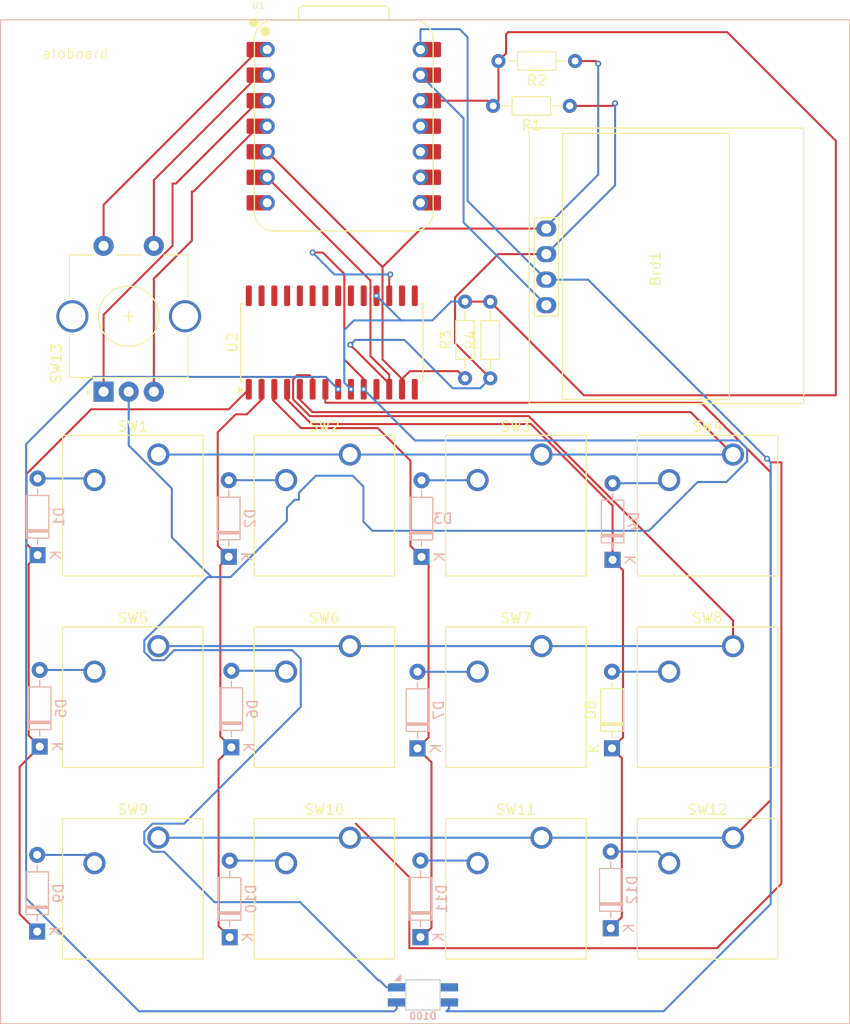
<source format=kicad_pcb>
(kicad_pcb (version 20240108) (generator "pcbnew") (generator_version "8.0")
  (layers (0 "F.Cu" signal) (31 "B.Cu" signal) (34 "B.Paste" user) (35 "F.Paste" user) (36 "B.SilkS" user "B.Silkscreen") (37 "F.SilkS" user "F.Silkscreen") (38 "B.Mask" user) (39 "F.Mask" user) (44 "Edge.Cuts" user))
  (net 0 "")
  (net 1 "+5V")
  (net 2 "GND")
  (net 3 "Net-(Brd1-SCL)")
  (net 4 "Net-(Brd1-SDA)")
  (net 5 "Net-(D1-K)")
  (net 6 "Net-(D1-A)")
  (net 7 "Net-(D2-A)")
  (net 8 "Net-(D10-K)")
  (net 9 "Net-(D11-K)")
  (net 10 "Net-(D3-A)")
  (net 11 "Net-(D4-A)")
  (net 12 "Net-(D12-K)")
  (net 13 "Net-(D5-A)")
  (net 14 "Net-(D6-A)")
  (net 15 "Net-(D7-A)")
  (net 16 "Net-(D8-A)")
  (net 17 "Net-(D9-A)")
  (net 18 "Net-(D10-A)")
  (net 19 "Net-(D11-A)")
  (net 20 "Net-(D12-A)")
  (net 21 "+3.3V")
  (net 22 "Net-(U2-GPB4)")
  (net 23 "Net-(U2-GPB5)")
  (net 24 "Net-(U2-GPB6)")
  (net 25 "Net-(U1-GPIO27{slash}ADC1{slash}A1)")
  (net 26 "Net-(U1-GPIO29{slash}ADC3{slash}A3)")
  (net 27 "Net-(U1-GPIO26{slash}ADC0{slash}A0)")
  (net 28 "Net-(U1-GPIO28{slash}ADC2{slash}A2)")
  (net 46 "Net-(D100-DIN)")
  (net 47 "Net-(D100-DOUT)")
  (footprint "Resistor_THT:R_Axial_DIN0204_L3.6mm_D1.6mm_P7.62mm_Horizontal" (layer "F.Cu") (at 180.11 65.3 90)
    (property "Reference" "R3" (at 3.81 -1.92 90) (layer "F.SilkS"))
    (property "Value" "R")
    (pad "1" thru_hole circle (at 0 0 90) (size 1.4 1.4) (drill 0.7) (layers "*.Cu" "*.Mask") (net 4 "Net-(Brd1-SDA)"))
    (pad "2" thru_hole oval (at 7.62 0 90) (size 1.4 1.4) (drill 0.7) (layers "*.Cu" "*.Mask") (net 21 "+3.3V"))
  )
  (footprint "Button_Switch_Keyboard:SW_Cherry_MX_1.00u_PCB" (layer "F.Cu") (at 168.66 110.99)
    (property "Reference" "SW10" (at -2.54 -2.794 0) (layer "F.SilkS"))
    (property "Value" "SW_Push")
    (pad "" np_thru_hole circle (at -7.62 5.08) (size 1.7 1.7) (drill 1.7) (layers "*.Cu" "*.Mask"))
    (pad "" np_thru_hole circle (at -2.54 5.08) (size 4 4) (drill 4) (layers "*.Cu" "*.Mask"))
    (pad "" np_thru_hole circle (at 2.54 5.08) (size 1.7 1.7) (drill 1.7) (layers "*.Cu" "*.Mask"))
    (pad "1" thru_hole circle (at 0 0) (size 2.2 2.2) (drill 1.5) (layers "*.Cu" "*.Mask") (net 24 "Net-(U2-GPB6)"))
    (pad "2" thru_hole circle (at -6.35 2.54) (size 2.2 2.2) (drill 1.5) (layers "*.Cu" "*.Mask") (net 18 "Net-(D10-A)"))
  )
  (footprint "Button_Switch_Keyboard:SW_Cherry_MX_1.00u_PCB" (layer "F.Cu") (at 187.71 91.94)
    (property "Reference" "SW7" (at -2.54 -2.794 0) (layer "F.SilkS"))
    (property "Value" "SW_Push")
    (pad "" np_thru_hole circle (at -7.62 5.08) (size 1.7 1.7) (drill 1.7) (layers "*.Cu" "*.Mask"))
    (pad "" np_thru_hole circle (at -2.54 5.08) (size 4 4) (drill 4) (layers "*.Cu" "*.Mask"))
    (pad "" np_thru_hole circle (at 2.54 5.08) (size 1.7 1.7) (drill 1.7) (layers "*.Cu" "*.Mask"))
    (pad "1" thru_hole circle (at 0 0) (size 2.2 2.2) (drill 1.5) (layers "*.Cu" "*.Mask") (net 23 "Net-(U2-GPB5)"))
    (pad "2" thru_hole circle (at -6.35 2.54) (size 2.2 2.2) (drill 1.5) (layers "*.Cu" "*.Mask") (net 15 "Net-(D7-A)"))
  )
  (footprint "Button_Switch_Keyboard:SW_Cherry_MX_1.00u_PCB" (layer "F.Cu") (at 206.76 91.94)
    (property "Reference" "SW8" (at -2.54 -2.794 0) (layer "F.SilkS"))
    (property "Value" "SW_Push")
    (pad "" np_thru_hole circle (at -7.62 5.08) (size 1.7 1.7) (drill 1.7) (layers "*.Cu" "*.Mask"))
    (pad "" np_thru_hole circle (at -2.54 5.08) (size 4 4) (drill 4) (layers "*.Cu" "*.Mask"))
    (pad "" np_thru_hole circle (at 2.54 5.08) (size 1.7 1.7) (drill 1.7) (layers "*.Cu" "*.Mask"))
    (pad "1" thru_hole circle (at 0 0) (size 2.2 2.2) (drill 1.5) (layers "*.Cu" "*.Mask") (net 23 "Net-(U2-GPB5)"))
    (pad "2" thru_hole circle (at -6.35 2.54) (size 2.2 2.2) (drill 1.5) (layers "*.Cu" "*.Mask") (net 16 "Net-(D8-A)"))
  )
  (footprint "Button_Switch_Keyboard:SW_Cherry_MX_1.00u_PCB" (layer "F.Cu") (at 206.76 72.89)
    (property "Reference" "SW4" (at -2.54 -2.794 0) (layer "F.SilkS"))
    (property "Value" "SW_Push")
    (pad "" np_thru_hole circle (at -7.62 5.08) (size 1.7 1.7) (drill 1.7) (layers "*.Cu" "*.Mask"))
    (pad "" np_thru_hole circle (at -2.54 5.08) (size 4 4) (drill 4) (layers "*.Cu" "*.Mask"))
    (pad "" np_thru_hole circle (at 2.54 5.08) (size 1.7 1.7) (drill 1.7) (layers "*.Cu" "*.Mask"))
    (pad "1" thru_hole circle (at 0 0) (size 2.2 2.2) (drill 1.5) (layers "*.Cu" "*.Mask") (net 22 "Net-(U2-GPB4)"))
    (pad "2" thru_hole circle (at -6.35 2.54) (size 2.2 2.2) (drill 1.5) (layers "*.Cu" "*.Mask") (net 11 "Net-(D4-A)"))
  )
  (footprint "Button_Switch_Keyboard:SW_Cherry_MX_1.00u_PCB" (layer "F.Cu") (at 187.71 72.89)
    (property "Reference" "SW3" (at -2.54 -2.794 0) (layer "F.SilkS"))
    (property "Value" "SW_Push")
    (pad "" np_thru_hole circle (at -7.62 5.08) (size 1.7 1.7) (drill 1.7) (layers "*.Cu" "*.Mask"))
    (pad "" np_thru_hole circle (at -2.54 5.08) (size 4 4) (drill 4) (layers "*.Cu" "*.Mask"))
    (pad "" np_thru_hole circle (at 2.54 5.08) (size 1.7 1.7) (drill 1.7) (layers "*.Cu" "*.Mask"))
    (pad "1" thru_hole circle (at 0 0) (size 2.2 2.2) (drill 1.5) (layers "*.Cu" "*.Mask") (net 22 "Net-(U2-GPB4)"))
    (pad "2" thru_hole circle (at -6.35 2.54) (size 2.2 2.2) (drill 1.5) (layers "*.Cu" "*.Mask") (net 10 "Net-(D3-A)"))
  )
  (footprint "Button_Switch_Keyboard:SW_Cherry_MX_1.00u_PCB" (layer "F.Cu") (at 149.61 91.94)
    (property "Reference" "SW5" (at -2.54 -2.794 0) (layer "F.SilkS"))
    (property "Value" "SW_Push")
    (pad "" np_thru_hole circle (at -7.62 5.08) (size 1.7 1.7) (drill 1.7) (layers "*.Cu" "*.Mask"))
    (pad "" np_thru_hole circle (at -2.54 5.08) (size 4 4) (drill 4) (layers "*.Cu" "*.Mask"))
    (pad "" np_thru_hole circle (at 2.54 5.08) (size 1.7 1.7) (drill 1.7) (layers "*.Cu" "*.Mask"))
    (pad "1" thru_hole circle (at 0 0) (size 2.2 2.2) (drill 1.5) (layers "*.Cu" "*.Mask") (net 23 "Net-(U2-GPB5)"))
    (pad "2" thru_hole circle (at -6.35 2.54) (size 2.2 2.2) (drill 1.5) (layers "*.Cu" "*.Mask") (net 13 "Net-(D5-A)"))
  )
  (footprint "Button_Switch_Keyboard:SW_Cherry_MX_1.00u_PCB" (layer "F.Cu") (at 206.76 110.99)
    (property "Reference" "SW12" (at -2.54 -2.794 0) (layer "F.SilkS"))
    (property "Value" "SW_Push")
    (pad "" np_thru_hole circle (at -7.62 5.08) (size 1.7 1.7) (drill 1.7) (layers "*.Cu" "*.Mask"))
    (pad "" np_thru_hole circle (at -2.54 5.08) (size 4 4) (drill 4) (layers "*.Cu" "*.Mask"))
    (pad "" np_thru_hole circle (at 2.54 5.08) (size 1.7 1.7) (drill 1.7) (layers "*.Cu" "*.Mask"))
    (pad "1" thru_hole circle (at 0 0) (size 2.2 2.2) (drill 1.5) (layers "*.Cu" "*.Mask") (net 24 "Net-(U2-GPB6)"))
    (pad "2" thru_hole circle (at -6.35 2.54) (size 2.2 2.2) (drill 1.5) (layers "*.Cu" "*.Mask") (net 20 "Net-(D12-A)"))
  )
  (footprint "Button_Switch_Keyboard:SW_Cherry_MX_1.00u_PCB" (layer "F.Cu") (at 168.66 91.94)
    (property "Reference" "SW6" (at -2.54 -2.794 0) (layer "F.SilkS"))
    (property "Value" "SW_Push")
    (pad "" np_thru_hole circle (at -7.62 5.08) (size 1.7 1.7) (drill 1.7) (layers "*.Cu" "*.Mask"))
    (pad "" np_thru_hole circle (at -2.54 5.08) (size 4 4) (drill 4) (layers "*.Cu" "*.Mask"))
    (pad "" np_thru_hole circle (at 2.54 5.08) (size 1.7 1.7) (drill 1.7) (layers "*.Cu" "*.Mask"))
    (pad "1" thru_hole circle (at 0 0) (size 2.2 2.2) (drill 1.5) (layers "*.Cu" "*.Mask") (net 23 "Net-(U2-GPB5)"))
    (pad "2" thru_hole circle (at -6.35 2.54) (size 2.2 2.2) (drill 1.5) (layers "*.Cu" "*.Mask") (net 14 "Net-(D6-A)"))
  )
  (footprint "Resistor_THT:R_Axial_DIN0204_L3.6mm_D1.6mm_P7.62mm_Horizontal" (layer "F.Cu") (at 182.62 65.31 90)
    (property "Reference" "R4" (at 3.81 -1.92 90) (layer "F.SilkS"))
    (property "Value" "R")
    (pad "1" thru_hole circle (at 0 0 90) (size 1.4 1.4) (drill 0.7) (layers "*.Cu" "*.Mask") (net 3 "Net-(Brd1-SCL)"))
    (pad "2" thru_hole oval (at 7.62 0 90) (size 1.4 1.4) (drill 0.7) (layers "*.Cu" "*.Mask") (net 21 "+3.3V"))
  )
  (footprint "Resistor_THT:R_Axial_DIN0204_L3.6mm_D1.6mm_P7.62mm_Horizontal" (layer "F.Cu") (at 190.52 38.22 180)
    (property "Reference" "R1" (at 3.81 -1.92 0) (layer "F.SilkS"))
    (property "Value" "R")
    (pad "1" thru_hole circle (at 0 0 180) (size 1.4 1.4) (drill 0.7) (layers "*.Cu" "*.Mask") (net 3 "Net-(Brd1-SCL)"))
    (pad "2" thru_hole oval (at 7.62 0 180) (size 1.4 1.4) (drill 0.7) (layers "*.Cu" "*.Mask") (net 21 "+3.3V"))
  )
  (footprint "Package_SO:SOIC-28W_7.5x17.9mm_P1.27mm" (layer "F.Cu") (at 166.855 61.75 90)
    (property "Reference" "U2" (at 0 -9.9 90) (layer "F.SilkS"))
    (property "Value" "MCP23017_SO")
    (pad "1" smd roundrect (at -4.65 -8.255 90) (size 2.05 0.6) (layers "F.Cu" "F.Paste" "F.Mask") (net 5 "Net-(D1-K)"))
    (pad "2" smd roundrect (at -4.65 -6.985 90) (size 2.05 0.6) (layers "F.Cu" "F.Paste" "F.Mask") (net 8 "Net-(D10-K)"))
    (pad "3" smd roundrect (at -4.65 -5.715 90) (size 2.05 0.6) (layers "F.Cu" "F.Paste" "F.Mask") (net 9 "Net-(D11-K)"))
    (pad "4" smd roundrect (at -4.65 -4.445 90) (size 2.05 0.6) (layers "F.Cu" "F.Paste" "F.Mask") (net 12 "Net-(D12-K)"))
    (pad "5" smd roundrect (at -4.65 -3.175 90) (size 2.05 0.6) (layers "F.Cu" "F.Paste" "F.Mask") (net 22 "Net-(U2-GPB4)"))
    (pad "6" smd roundrect (at -4.65 -1.905 90) (size 2.05 0.6) (layers "F.Cu" "F.Paste" "F.Mask") (net 23 "Net-(U2-GPB5)"))
    (pad "7" smd roundrect (at -4.65 -0.635 90) (size 2.05 0.6) (layers "F.Cu" "F.Paste" "F.Mask") (net 24 "Net-(U2-GPB6)"))
    (pad "8" smd roundrect (at -4.65 0.635 90) (size 2.05 0.6) (layers "F.Cu" "F.Paste" "F.Mask") (net 46 "Net-(D100-DIN)"))
    (pad "9" smd roundrect (at -4.65 1.905 90) (size 2.05 0.6) (layers "F.Cu" "F.Paste" "F.Mask") (net 21 "+3.3V"))
    (pad "10" smd roundrect (at -4.65 3.175 90) (size 2.05 0.6) (layers "F.Cu" "F.Paste" "F.Mask") (net 2 "GND"))
    (pad "11" smd roundrect (at -4.65 4.445 90) (size 2.05 0.6) (layers "F.Cu" "F.Paste" "F.Mask"))
    (pad "12" smd roundrect (at -4.65 5.715 90) (size 2.05 0.6) (layers "F.Cu" "F.Paste" "F.Mask") (net 3 "Net-(Brd1-SCL)"))
    (pad "13" smd roundrect (at -4.65 6.985 90) (size 2.05 0.6) (layers "F.Cu" "F.Paste" "F.Mask") (net 4 "Net-(Brd1-SDA)"))
    (pad "14" smd roundrect (at -4.65 8.255 90) (size 2.05 0.6) (layers "F.Cu" "F.Paste" "F.Mask"))
    (pad "15" smd roundrect (at 4.65 8.255 90) (size 2.05 0.6) (layers "F.Cu" "F.Paste" "F.Mask") (net 2 "GND"))
    (pad "16" smd roundrect (at 4.65 6.985 90) (size 2.05 0.6) (layers "F.Cu" "F.Paste" "F.Mask") (net 2 "GND"))
    (pad "17" smd roundrect (at 4.65 5.715 90) (size 2.05 0.6) (layers "F.Cu" "F.Paste" "F.Mask") (net 2 "GND"))
    (pad "18" smd roundrect (at 4.65 4.445 90) (size 2.05 0.6) (layers "F.Cu" "F.Paste" "F.Mask") (net 21 "+3.3V"))
    (pad "19" smd roundrect (at 4.65 3.175 90) (size 2.05 0.6) (layers "F.Cu" "F.Paste" "F.Mask"))
    (pad "20" smd roundrect (at 4.65 1.905 90) (size 2.05 0.6) (layers "F.Cu" "F.Paste" "F.Mask"))
    (pad "21" smd roundrect (at 4.65 0.635 90) (size 2.05 0.6) (layers "F.Cu" "F.Paste" "F.Mask"))
    (pad "22" smd roundrect (at 4.65 -0.635 90) (size 2.05 0.6) (layers "F.Cu" "F.Paste" "F.Mask"))
    (pad "23" smd roundrect (at 4.65 -1.905 90) (size 2.05 0.6) (layers "F.Cu" "F.Paste" "F.Mask"))
    (pad "24" smd roundrect (at 4.65 -3.175 90) (size 2.05 0.6) (layers "F.Cu" "F.Paste" "F.Mask"))
    (pad "25" smd roundrect (at 4.65 -4.445 90) (size 2.05 0.6) (layers "F.Cu" "F.Paste" "F.Mask"))
    (pad "26" smd roundrect (at 4.65 -5.715 90) (size 2.05 0.6) (layers "F.Cu" "F.Paste" "F.Mask"))
    (pad "27" smd roundrect (at 4.65 -6.985 90) (size 2.05 0.6) (layers "F.Cu" "F.Paste" "F.Mask"))
    (pad "28" smd roundrect (at 4.65 -8.255 90) (size 2.05 0.6) (layers "F.Cu" "F.Paste" "F.Mask"))
  )
  (footprint "Button_Switch_Keyboard:SW_Cherry_MX_1.00u_PCB" (layer "F.Cu") (at 187.71 110.99)
    (property "Reference" "SW11" (at -2.54 -2.794 0) (layer "F.SilkS"))
    (property "Value" "SW_Push")
    (pad "" np_thru_hole circle (at -7.62 5.08) (size 1.7 1.7) (drill 1.7) (layers "*.Cu" "*.Mask"))
    (pad "" np_thru_hole circle (at -2.54 5.08) (size 4 4) (drill 4) (layers "*.Cu" "*.Mask"))
    (pad "" np_thru_hole circle (at 2.54 5.08) (size 1.7 1.7) (drill 1.7) (layers "*.Cu" "*.Mask"))
    (pad "1" thru_hole circle (at 0 0) (size 2.2 2.2) (drill 1.5) (layers "*.Cu" "*.Mask") (net 24 "Net-(U2-GPB6)"))
    (pad "2" thru_hole circle (at -6.35 2.54) (size 2.2 2.2) (drill 1.5) (layers "*.Cu" "*.Mask") (net 19 "Net-(D11-A)"))
  )
  (footprint "Button_Switch_Keyboard:SW_Cherry_MX_1.00u_PCB" (layer "F.Cu") (at 149.61 110.99)
    (property "Reference" "SW9" (at -2.54 -2.794 0) (layer "F.SilkS"))
    (property "Value" "SW_Push")
    (pad "" np_thru_hole circle (at -7.62 5.08) (size 1.7 1.7) (drill 1.7) (layers "*.Cu" "*.Mask"))
    (pad "" np_thru_hole circle (at -2.54 5.08) (size 4 4) (drill 4) (layers "*.Cu" "*.Mask"))
    (pad "" np_thru_hole circle (at 2.54 5.08) (size 1.7 1.7) (drill 1.7) (layers "*.Cu" "*.Mask"))
    (pad "1" thru_hole circle (at 0 0) (size 2.2 2.2) (drill 1.5) (layers "*.Cu" "*.Mask") (net 24 "Net-(U2-GPB6)"))
    (pad "2" thru_hole circle (at -6.35 2.54) (size 2.2 2.2) (drill 1.5) (layers "*.Cu" "*.Mask") (net 17 "Net-(D9-A)"))
  )
  (footprint "Rotary_Encoder:RotaryEncoder_Alps_EC11E-Switch_Vertical_H20mm_CircularMountingHoles" (layer "F.Cu") (at 144.16 66.64 90)
    (property "Reference" "SW13" (at 2.8 -4.7 90) (layer "F.SilkS"))
    (property "Value" "RotaryEncoder_Switch")
    (pad "A" thru_hole rect (at 0 0 90) (size 2 2) (drill 1) (layers "*.Cu" "*.Mask") (net 28 "Net-(U1-GPIO28{slash}ADC2{slash}A2)"))
    (pad "B" thru_hole circle (at 0 5 90) (size 2 2) (drill 1) (layers "*.Cu" "*.Mask") (net 26 "Net-(U1-GPIO29{slash}ADC3{slash}A3)"))
    (pad "C" thru_hole circle (at 0 2.5 90) (size 2 2) (drill 1) (layers "*.Cu" "*.Mask") (net 2 "GND"))
    (pad "MP" thru_hole circle (at 7.5 -3.1 90) (size 3.2 3.2) (drill 2.6) (layers "*.Cu" "*.Mask"))
    (pad "MP" thru_hole circle (at 7.5 8.1 90) (size 3.2 3.2) (drill 2.6) (layers "*.Cu" "*.Mask"))
    (pad "S1" thru_hole circle (at 14.5 5 90) (size 2 2) (drill 1) (layers "*.Cu" "*.Mask") (net 25 "Net-(U1-GPIO27{slash}ADC1{slash}A1)"))
    (pad "S2" thru_hole circle (at 14.5 0 90) (size 2 2) (drill 1) (layers "*.Cu" "*.Mask") (net 27 "Net-(U1-GPIO26{slash}ADC0{slash}A0)"))
  )
  (footprint "oled:128x64OLED" (layer "F.Cu") (at 198.79 54.42 90)
    (property "Reference" "Brd1" (at 0 0.254 90) (layer "F.SilkS"))
    (property "Value" "SSD1306")
    (pad "1" thru_hole oval (at -3.62 -10.6 180) (size 2 1.6) (drill 1) (layers "*.Cu" "*.Mask") (net 2 "GND"))
    (pad "2" thru_hole oval (at -1.08 -10.6 180) (size 2 1.6) (drill 1) (layers "*.Cu" "*.Mask") (net 1 "+5V"))
    (pad "3" thru_hole oval (at 1.46 -10.6 180) (size 2 1.6) (drill 1) (layers "*.Cu" "*.Mask") (net 3 "Net-(Brd1-SCL)"))
    (pad "4" thru_hole oval (at 4 -10.6 180) (size 2 1.6) (drill 1) (layers "*.Cu" "*.Mask") (net 4 "Net-(Brd1-SDA)"))
  )
  (footprint "OPL:XIAO-RP2040-DIP" (layer "F.Cu") (at 168.05 40.24)
    (property "Reference" "U1" (at -8.5 -12 0) (layer "F.SilkS") (effects (font (size 0.635 0.635) (thickness 0.1016))))
    (property "Value" "XIAO-RP2040-DIP")
    (pad "1" smd roundrect (at -8.455 -7.62 180) (size 2.432 1.524) (layers "F.Cu" "F.Mask") (roundrect_rratio 0.1) (net 27 "Net-(U1-GPIO26{slash}ADC0{slash}A0)"))
    (pad "1" thru_hole circle (at -7.62 -7.62 180) (size 1.524 1.524) (drill 0.889) (layers "*.Cu" "*.Mask") (net 27 "Net-(U1-GPIO26{slash}ADC0{slash}A0)"))
    (pad "2" smd roundrect (at -8.455 -5.08 180) (size 2.432 1.524) (layers "F.Cu" "F.Mask") (roundrect_rratio 0.1) (net 25 "Net-(U1-GPIO27{slash}ADC1{slash}A1)"))
    (pad "2" thru_hole circle (at -7.62 -5.08 180) (size 1.524 1.524) (drill 0.889) (layers "*.Cu" "*.Mask") (net 25 "Net-(U1-GPIO27{slash}ADC1{slash}A1)"))
    (pad "3" smd roundrect (at -8.455 -2.54 180) (size 2.432 1.524) (layers "F.Cu" "F.Mask") (roundrect_rratio 0.1) (net 28 "Net-(U1-GPIO28{slash}ADC2{slash}A2)"))
    (pad "3" thru_hole circle (at -7.62 -2.54 180) (size 1.524 1.524) (drill 0.889) (layers "*.Cu" "*.Mask") (net 28 "Net-(U1-GPIO28{slash}ADC2{slash}A2)"))
    (pad "4" smd roundrect (at -8.455 0 180) (size 2.432 1.524) (layers "F.Cu" "F.Mask") (roundrect_rratio 0.1) (net 26 "Net-(U1-GPIO29{slash}ADC3{slash}A3)"))
    (pad "4" thru_hole circle (at -7.62 0 180) (size 1.524 1.524) (drill 0.889) (layers "*.Cu" "*.Mask") (net 26 "Net-(U1-GPIO29{slash}ADC3{slash}A3)"))
    (pad "5" smd roundrect (at -8.455 2.54 180) (size 2.432 1.524) (layers "F.Cu" "F.Mask") (roundrect_rratio 0.1) (net 4 "Net-(Brd1-SDA)"))
    (pad "5" thru_hole circle (at -7.62 2.54 180) (size 1.524 1.524) (drill 0.889) (layers "*.Cu" "*.Mask") (net 4 "Net-(Brd1-SDA)"))
    (pad "6" smd roundrect (at -8.455 5.08 180) (size 2.432 1.524) (layers "F.Cu" "F.Mask") (roundrect_rratio 0.1) (net 3 "Net-(Brd1-SCL)"))
    (pad "6" thru_hole circle (at -7.62 5.08 180) (size 1.524 1.524) (drill 0.889) (layers "*.Cu" "*.Mask") (net 3 "Net-(Brd1-SCL)"))
    (pad "7" smd roundrect (at -8.455 7.62 180) (size 2.432 1.524) (layers "F.Cu" "F.Mask") (roundrect_rratio 0.1))
    (pad "7" thru_hole circle (at -7.62 7.62 180) (size 1.524 1.524) (drill 0.889) (layers "*.Cu" "*.Mask"))
    (pad "8" thru_hole circle (at 7.62 7.62) (size 1.524 1.524) (drill 0.889) (layers "*.Cu" "*.Mask"))
    (pad "8" smd roundrect (at 8.455 7.62) (size 2.432 1.524) (layers "F.Cu" "F.Mask") (roundrect_rratio 0.1))
    (pad "9" thru_hole circle (at 7.62 5.08) (size 1.524 1.524) (drill 0.889) (layers "*.Cu" "*.Mask"))
    (pad "9" smd roundrect (at 8.455 5.08) (size 2.432 1.524) (layers "F.Cu" "F.Mask") (roundrect_rratio 0.1))
    (pad "10" thru_hole circle (at 7.62 2.54) (size 1.524 1.524) (drill 0.889) (layers "*.Cu" "*.Mask"))
    (pad "10" smd roundrect (at 8.455 2.54) (size 2.432 1.524) (layers "F.Cu" "F.Mask") (roundrect_rratio 0.1))
    (pad "11" thru_hole circle (at 7.62 0) (size 1.524 1.524) (drill 0.889) (layers "*.Cu" "*.Mask"))
    (pad "11" smd roundrect (at 8.455 0) (size 2.432 1.524) (layers "F.Cu" "F.Mask") (roundrect_rratio 0.1))
    (pad "12" thru_hole circle (at 7.62 -2.54) (size 1.524 1.524) (drill 0.889) (layers "*.Cu" "*.Mask") (net 21 "+3.3V"))
    (pad "12" smd roundrect (at 8.455 -2.54) (size 2.432 1.524) (layers "F.Cu" "F.Mask") (roundrect_rratio 0.1) (net 21 "+3.3V"))
    (pad "13" thru_hole circle (at 7.62 -5.08) (size 1.524 1.524) (drill 0.889) (layers "*.Cu" "*.Mask") (net 2 "GND"))
    (pad "13" smd roundrect (at 8.455 -5.08) (size 2.432 1.524) (layers "F.Cu" "F.Mask") (roundrect_rratio 0.1) (net 2 "GND"))
    (pad "14" thru_hole circle (at 7.62 -7.62) (size 1.524 1.524) (drill 0.889) (layers "*.Cu" "*.Mask") (net 1 "+5V"))
    (pad "14" smd roundrect (at 8.455 -7.62) (size 2.432 1.524) (layers "F.Cu" "F.Mask") (roundrect_rratio 0.1) (net 1 "+5V"))
  )
  (footprint "Resistor_THT:R_Axial_DIN0204_L3.6mm_D1.6mm_P7.62mm_Horizontal" (layer "F.Cu") (at 191.05 33.76 180)
    (property "Reference" "R2" (at 3.81 -1.92 0) (layer "F.SilkS"))
    (property "Value" "R")
    (pad "1" thru_hole circle (at 0 0 180) (size 1.4 1.4) (drill 0.7) (layers "*.Cu" "*.Mask") (net 4 "Net-(Brd1-SDA)"))
    (pad "2" thru_hole oval (at 7.62 0 180) (size 1.4 1.4) (drill 0.7) (layers "*.Cu" "*.Mask") (net 21 "+3.3V"))
  )
  (footprint "Button_Switch_Keyboard:SW_Cherry_MX_1.00u_PCB" (layer "F.Cu") (at 149.61 72.89)
    (property "Reference" "SW1" (at -2.54 -2.794 0) (layer "F.SilkS"))
    (property "Value" "SW_Push")
    (pad "" np_thru_hole circle (at -7.62 5.08) (size 1.7 1.7) (drill 1.7) (layers "*.Cu" "*.Mask"))
    (pad "" np_thru_hole circle (at -2.54 5.08) (size 4 4) (drill 4) (layers "*.Cu" "*.Mask"))
    (pad "" np_thru_hole circle (at 2.54 5.08) (size 1.7 1.7) (drill 1.7) (layers "*.Cu" "*.Mask"))
    (pad "1" thru_hole circle (at 0 0) (size 2.2 2.2) (drill 1.5) (layers "*.Cu" "*.Mask") (net 22 "Net-(U2-GPB4)"))
    (pad "2" thru_hole circle (at -6.35 2.54) (size 2.2 2.2) (drill 1.5) (layers "*.Cu" "*.Mask") (net 6 "Net-(D1-A)"))
  )
  (footprint "Diode_THT:D_DO-35_SOD27_P7.62mm_Horizontal" (layer "F.Cu") (at 194.72 102.1 90)
    (property "Reference" "D8" (at 3.81 -2.12 90) (layer "F.SilkS"))
    (property "Value" "D")
    (fp_text user "K" (at 0 -1.8 90) (layer "F.SilkS"))
    (pad "1" thru_hole rect (at 0 0 90) (size 1.6 1.6) (drill 0.8) (layers "*.Cu" "*.Mask") (net 12 "Net-(D12-K)"))
    (pad "2" thru_hole oval (at 7.62 0 90) (size 1.6 1.6) (drill 0.8) (layers "*.Cu" "*.Mask") (net 16 "Net-(D8-A)"))
  )
  (footprint "Button_Switch_Keyboard:SW_Cherry_MX_1.00u_PCB" (layer "F.Cu") (at 168.66 72.89)
    (property "Reference" "SW2" (at -2.54 -2.794 0) (layer "F.SilkS"))
    (property "Value" "SW_Push")
    (pad "" np_thru_hole circle (at -7.62 5.08) (size 1.7 1.7) (drill 1.7) (layers "*.Cu" "*.Mask"))
    (pad "" np_thru_hole circle (at -2.54 5.08) (size 4 4) (drill 4) (layers "*.Cu" "*.Mask"))
    (pad "" np_thru_hole circle (at 2.54 5.08) (size 1.7 1.7) (drill 1.7) (layers "*.Cu" "*.Mask"))
    (pad "1" thru_hole circle (at 0 0) (size 2.2 2.2) (drill 1.5) (layers "*.Cu" "*.Mask") (net 22 "Net-(U2-GPB4)"))
    (pad "2" thru_hole circle (at -6.35 2.54) (size 2.2 2.2) (drill 1.5) (layers "*.Cu" "*.Mask") (net 7 "Net-(D2-A)"))
  )
  (footprint "Diode_THT:D_DO-35_SOD27_P7.62mm_Horizontal" (layer "B.Cu") (at 175.78 83.07 90)
    (property "Reference" "D3" (at 3.81 2.12 0) (layer "B.SilkS") (effects (justify mirror)))
    (property "Value" "D")
    (fp_text user "K" (at 0 1.8 90) (layer "B.SilkS") (effects (justify mirror)))
    (pad "1" thru_hole rect (at 0 0 90) (size 1.6 1.6) (drill 0.8) (layers "*.Cu" "*.Mask") (net 9 "Net-(D11-K)"))
    (pad "2" thru_hole oval (at 7.62 0 90) (size 1.6 1.6) (drill 0.8) (layers "*.Cu" "*.Mask") (net 10 "Net-(D3-A)"))
  )
  (footprint "led:SK6812MINI-E" (layer "B.Cu") (at 175.92 126.62 180)
    (property "Reference" "D100" (at 0 -2.1 0) (layer "B.SilkS") (effects (font (size 0.7 0.7)) (justify mirror)))
    (property "Value" "SK6812MINI" (hide yes))
    (fp_line (start 1.7 1.5) (end -1.7 1.5) (stroke (width 0.12)) (layer "Edge.Cuts"))
    (fp_line (start 1.7 -1.5) (end 1.7 1.5) (stroke (width 0.12)) (layer "Edge.Cuts"))
    (fp_line (start -1.7 1.5) (end -1.7 -1.5) (stroke (width 0.12)) (layer "Edge.Cuts"))
    (fp_line (start -1.7 -1.5) (end 1.7 -1.5) (stroke (width 0.12)) (layer "Edge.Cuts"))
    (pad "1" smd rect (at -2.6 0.75 180) (size 1.8 0.82) (layers "B.Cu" "B.Paste" "B.Mask") (net 47 "Net-(D100-DOUT)"))
    (pad "2" smd roundrect (at 2.6 0.75 180) (size 1.8 0.82) (layers "B.Cu" "B.Paste" "B.Mask") (roundrect_rratio 0) (chamfer_ratio 0.2) (chamfer bottom_right) (net 2 "GND"))
    (pad "3" smd rect (at 2.6 -0.75 180) (size 1.8 0.82) (layers "B.Cu" "B.Paste" "B.Mask") (net 46 "Net-(D100-DIN)"))
    (pad "4" smd rect (at -2.6 -0.75 180) (size 1.8 0.82) (layers "B.Cu" "B.Paste" "B.Mask") (net 1 "+5V"))
  )
  (footprint "Diode_THT:D_DO-35_SOD27_P7.62mm_Horizontal" (layer "B.Cu") (at 156.7 120.89 90)
    (property "Reference" "D10" (at 3.81 2.12 90) (layer "B.SilkS") (effects (justify mirror)))
    (property "Value" "D")
    (fp_text user "K" (at 0 1.8 90) (layer "B.SilkS") (effects (justify mirror)))
    (pad "1" thru_hole rect (at 0 0 90) (size 1.6 1.6) (drill 0.8) (layers "*.Cu" "*.Mask") (net 8 "Net-(D10-K)"))
    (pad "2" thru_hole oval (at 7.62 0 90) (size 1.6 1.6) (drill 0.8) (layers "*.Cu" "*.Mask") (net 18 "Net-(D10-A)"))
  )
  (footprint "Diode_THT:D_DO-35_SOD27_P7.62mm_Horizontal" (layer "B.Cu") (at 175.67 120.88 90)
    (property "Reference" "D11" (at 3.81 2.12 90) (layer "B.SilkS") (effects (justify mirror)))
    (property "Value" "D")
    (fp_text user "K" (at 0 1.8 90) (layer "B.SilkS") (effects (justify mirror)))
    (pad "1" thru_hole rect (at 0 0 90) (size 1.6 1.6) (drill 0.8) (layers "*.Cu" "*.Mask") (net 9 "Net-(D11-K)"))
    (pad "2" thru_hole oval (at 7.62 0 90) (size 1.6 1.6) (drill 0.8) (layers "*.Cu" "*.Mask") (net 19 "Net-(D11-A)"))
  )
  (footprint "Diode_THT:D_DO-35_SOD27_P7.62mm_Horizontal" (layer "B.Cu") (at 156.87 102.01 90)
    (property "Reference" "D6" (at 3.81 2.12 90) (layer "B.SilkS") (effects (justify mirror)))
    (property "Value" "D")
    (fp_text user "K" (at 0 1.8 90) (layer "B.SilkS") (effects (justify mirror)))
    (pad "1" thru_hole rect (at 0 0 90) (size 1.6 1.6) (drill 0.8) (layers "*.Cu" "*.Mask") (net 8 "Net-(D10-K)"))
    (pad "2" thru_hole oval (at 7.62 0 90) (size 1.6 1.6) (drill 0.8) (layers "*.Cu" "*.Mask") (net 14 "Net-(D6-A)"))
  )
  (footprint "Diode_THT:D_DO-35_SOD27_P7.62mm_Horizontal" (layer "B.Cu") (at 137.56 120.32 90)
    (property "Reference" "D9" (at 3.81 2.12 90) (layer "B.SilkS") (effects (justify mirror)))
    (property "Value" "D")
    (fp_text user "K" (at 0 1.8 90) (layer "B.SilkS") (effects (justify mirror)))
    (pad "1" thru_hole rect (at 0 0 90) (size 1.6 1.6) (drill 0.8) (layers "*.Cu" "*.Mask") (net 5 "Net-(D1-K)"))
    (pad "2" thru_hole oval (at 7.62 0 90) (size 1.6 1.6) (drill 0.8) (layers "*.Cu" "*.Mask") (net 17 "Net-(D9-A)"))
  )
  (footprint "Diode_THT:D_DO-35_SOD27_P7.62mm_Horizontal" (layer "B.Cu") (at 194.78 83.36 90)
    (property "Reference" "D4" (at 3.81 2.12 90) (layer "B.SilkS") (effects (justify mirror)))
    (property "Value" "D")
    (fp_text user "K" (at 0 1.8 90) (layer "B.SilkS") (effects (justify mirror)))
    (pad "1" thru_hole rect (at 0 0 90) (size 1.6 1.6) (drill 0.8) (layers "*.Cu" "*.Mask") (net 12 "Net-(D12-K)"))
    (pad "2" thru_hole oval (at 7.62 0 90) (size 1.6 1.6) (drill 0.8) (layers "*.Cu" "*.Mask") (net 11 "Net-(D4-A)"))
  )
  (footprint "Diode_THT:D_DO-35_SOD27_P7.62mm_Horizontal" (layer "B.Cu") (at 194.6 119.99 90)
    (property "Reference" "D12" (at 3.81 2.12 90) (layer "B.SilkS") (effects (justify mirror)))
    (property "Value" "D")
    (fp_text user "K" (at 0 1.8 90) (layer "B.SilkS") (effects (justify mirror)))
    (pad "1" thru_hole rect (at 0 0 90) (size 1.6 1.6) (drill 0.8) (layers "*.Cu" "*.Mask") (net 12 "Net-(D12-K)"))
    (pad "2" thru_hole oval (at 7.62 0 90) (size 1.6 1.6) (drill 0.8) (layers "*.Cu" "*.Mask") (net 20 "Net-(D12-A)"))
  )
  (footprint "Diode_THT:D_DO-35_SOD27_P7.62mm_Horizontal" (layer "B.Cu") (at 137.81 101.93 90)
    (property "Reference" "D5" (at 3.81 2.12 90) (layer "B.SilkS") (effects (justify mirror)))
    (property "Value" "D")
    (fp_text user "K" (at 0 1.8 90) (layer "B.SilkS") (effects (justify mirror)))
    (pad "1" thru_hole rect (at 0 0 90) (size 1.6 1.6) (drill 0.8) (layers "*.Cu" "*.Mask") (net 5 "Net-(D1-K)"))
    (pad "2" thru_hole oval (at 7.62 0 90) (size 1.6 1.6) (drill 0.8) (layers "*.Cu" "*.Mask") (net 13 "Net-(D5-A)"))
  )
  (footprint "Diode_THT:D_DO-35_SOD27_P7.62mm_Horizontal" (layer "B.Cu") (at 175.38 102.11 90)
    (property "Reference" "D7" (at 3.81 2.12 90) (layer "B.SilkS") (effects (justify mirror)))
    (property "Value" "D")
    (fp_text user "K" (at 0 1.8 90) (layer "B.SilkS") (effects (justify mirror)))
    (pad "1" thru_hole rect (at 0 0 90) (size 1.6 1.6) (drill 0.8) (layers "*.Cu" "*.Mask") (net 9 "Net-(D11-K)"))
    (pad "2" thru_hole oval (at 7.62 0 90) (size 1.6 1.6) (drill 0.8) (layers "*.Cu" "*.Mask") (net 15 "Net-(D7-A)"))
  )
  (footprint "Diode_THT:D_DO-35_SOD27_P7.62mm_Horizontal" (layer "B.Cu") (at 156.61 83.06 90)
    (property "Reference" "D2" (at 3.81 2.12 90) (layer "B.SilkS") (effects (justify mirror)))
    (property "Value" "D")
    (fp_text user "K" (at 0 1.8 90) (layer "B.SilkS") (effects (justify mirror)))
    (pad "1" thru_hole rect (at 0 0 90) (size 1.6 1.6) (drill 0.8) (layers "*.Cu" "*.Mask") (net 8 "Net-(D10-K)"))
    (pad "2" thru_hole oval (at 7.62 0 90) (size 1.6 1.6) (drill 0.8) (layers "*.Cu" "*.Mask") (net 7 "Net-(D2-A)"))
  )
  (footprint "Diode_THT:D_DO-35_SOD27_P7.62mm_Horizontal" (layer "B.Cu") (at 137.6 82.89 90)
    (property "Reference" "D1" (at 3.81 2.12 90) (layer "B.SilkS") (effects (justify mirror)))
    (property "Value" "D")
    (fp_text user "K" (at 0 1.8 90) (layer "B.SilkS") (effects (justify mirror)))
    (pad "1" thru_hole rect (at 0 0 90) (size 1.6 1.6) (drill 0.8) (layers "*.Cu" "*.Mask") (net 5 "Net-(D1-K)"))
    (pad "2" thru_hole oval (at 7.62 0 90) (size 1.6 1.6) (drill 0.8) (layers "*.Cu" "*.Mask") (net 6 "Net-(D1-A)"))
  )
  (gr_rect (start 133.91 29.66) (end 218.35 129.49) (stroke (width 0.1)) (fill none) (layer "B.SilkS"))
  (gr_text "atoboard\n" (at 137.98 33.6 0) (layer "F.SilkS") (effects (font (size 1 1) (thickness 0.1)) (justify left bottom)))
  (segment (start 174.57 114.920101) (end 174.57 121.98) (width 0.2) (layer "F.Cu") (net 1))
  (segment (start 169.239899 109.59) (end 174.57 114.920101) (width 0.2) (layer "F.Cu") (net 1))
  (segment (start 205.15 121.98) (end 211.57 115.56) (width 0.2) (layer "F.Cu") (net 1))
  (segment (start 174.57 121.98) (end 205.15 121.98) (width 0.2) (layer "F.Cu") (net 1))
  (segment (start 211.57 73.67) (end 210.51 73.67) (width 0.2) (layer "F.Cu") (net 1))
  (segment (start 210.51 73.67) (end 210.14 73.3) (width 0.2) (layer "F.Cu") (net 1))
  (segment (start 188.27 55.5) (end 188.32 55.55) (width 0.2) (layer "F.Cu") (net 1))
  (segment (start 188.19 55.5) (end 188.27 55.5) (width 0.2) (layer "F.Cu") (net 1))
  (segment (start 211.57 115.56) (end 211.57 73.67) (width 0.2) (layer "F.Cu") (net 1))
  (via (at 210.14 73.3) (size 0.6) (drill 0.3) (layers "F.Cu" "B.Cu") (net 1))
  (segment (start 175.67 30.76) (end 175.67 32.62) (width 0.2) (layer "B.Cu") (net 1))
  (segment (start 180.36 31.39) (end 179.56 30.59) (width 0.2) (layer "B.Cu") (net 1))
  (segment (start 199.85 128.25) (end 210.5 117.6) (width 0.2) (layer "B.Cu") (net 1))
  (segment (start 188.19 55.5) (end 180.36 47.67) (width 0.2) (layer "B.Cu") (net 1))
  (segment (start 178.26 128.25) (end 178.52 127.99) (width 0.2) (layer "B.Cu") (net 1))
  (segment (start 175.69 30.59) (end 175.69 30.74) (width 0.2) (layer "B.Cu") (net 1))
  (segment (start 178.52 127.99) (end 178.52 127.37) (width 0.2) (layer "B.Cu") (net 1))
  (segment (start 210.5 117.6) (end 210.5 73.66) (width 0.2) (layer "B.Cu") (net 1))
  (segment (start 175.69 30.74) (end 175.67 30.76) (width 0.2) (layer "B.Cu") (net 1))
  (segment (start 210.5 73.66) (end 210.14 73.3) (width 0.2) (layer "B.Cu") (net 1))
  (segment (start 179.56 30.59) (end 175.69 30.59) (width 0.2) (layer "B.Cu") (net 1))
  (segment (start 210.14 73.3) (end 192.34 55.5) (width 0.2) (layer "B.Cu") (net 1))
  (segment (start 178.26 128.25) (end 199.85 128.25) (width 0.2) (layer "B.Cu") (net 1))
  (segment (start 180.36 47.67) (end 180.36 31.39) (width 0.2) (layer "B.Cu") (net 1))
  (segment (start 192.34 55.5) (end 188.19 55.5) (width 0.2) (layer "B.Cu") (net 1))
  (segment (start 168.1 54.94) (end 165.96 52.8) (width 0.2) (layer "F.Cu") (net 2))
  (segment (start 172.57 55.08) (end 172.57 57.1) (width 0.2) (layer "F.Cu") (net 2))
  (segment (start 170.03 66.4) (end 170.03 65.375001) (width 0.2) (layer "F.Cu") (net 2))
  (segment (start 165.96 52.8) (end 164.94 52.8) (width 0.2) (layer "F.Cu") (net 2))
  (segment (start 172.67 54.98) (end 172.57 55.08) (width 0.2) (layer "F.Cu") (net 2))
  (segment (start 168.1 63.445001) (end 168.1 54.94) (width 0.2) (layer "F.Cu") (net 2))
  (segment (start 170.03 65.375001) (end 168.1 63.445001) (width 0.2) (layer "F.Cu") (net 2))
  (via (at 170.03 66.4) (size 0.6) (drill 0.3) (layers "F.Cu" "B.Cu") (net 2))
  (via (at 172.67 54.98) (size 0.6) (drill 0.3) (layers "F.Cu" "B.Cu") (net 2))
  (via (at 164.94 52.8) (size 0.6) (drill 0.3) (layers "F.Cu" "B.Cu") (net 2))
  (segment (start 206.1 75.62) (end 208.16 73.56) (width 0.2) (layer "B.Cu") (net 2))
  (segment (start 207.339899 71.49) (end 175.12 71.49) (width 0.2) (layer "B.Cu") (net 2))
  (segment (start 163.77 93.2) (end 162.91 92.34) (width 0.2) (layer "B.Cu") (net 2))
  (segment (start 171.495 125.185) (end 163.71 117.4) (width 0.2) (layer "B.Cu") (net 2))
  (segment (start 179.96 49.81) (end 179.96 39.45) (width 0.2) (layer "B.Cu") (net 2))
  (segment (start 155.199899 117.4) (end 150.189899 112.39) (width 0.2) (layer "B.Cu") (net 2))
  (segment (start 172.29 125.87) (end 173.32 125.87) (width 0.2) (layer "B.Cu") (net 2))
  (segment (start 149.030101 112.39) (end 148.21 111.569899) (width 0.2) (layer "B.Cu") (net 2))
  (segment (start 208.16 73.56) (end 208.16 72.310101) (width 0.2) (layer "B.Cu") (net 2))
  (segment (start 163.59 76.686472) (end 165.282107 74.994365) (width 0.2) (layer "B.Cu") (net 2))
  (segment (start 162.39 79.48) (end 162.39 78.175) (width 0.2) (layer "B.Cu") (net 2))
  (segment (start 154.9 85.08) (end 150.95 81.13) (width 0.2) (layer "B.Cu") (net 2))
  (segment (start 154.490101 85.08) (end 154.9 85.08) (width 0.2) (layer "B.Cu") (net 2))
  (segment (start 163.77 97.993402) (end 163.77 93.2) (width 0.2) (layer "B.Cu") (net 2))
  (segment (start 163.71 117.4) (end 155.199899 117.4) (width 0.2) (layer "B.Cu") (net 2))
  (segment (start 151.189899 92.34) (end 150.189899 93.34) (width 0.2) (layer "B.Cu") (net 2))
  (segment (start 165.282107 74.994365) (end 168.927309 74.994365) (width 0.2) (layer "B.Cu") (net 2))
  (segment (start 150.189899 93.34) (end 149.030101 93.34) (width 0.2) (layer "B.Cu") (net 2))
  (segment (start 198.396598 80.47) (end 203.246598 75.62) (width 0.2) (layer "B.Cu") (net 2))
  (segment (start 148.21 92.519899) (end 148.21 91.360101) (width 0.2) (layer "B.Cu") (net 2))
  (segment (start 175.12 71.49) (end 170.03 66.4) (width 0.2) (layer "B.Cu") (net 2))
  (segment (start 156.79 85.08) (end 162.39 79.48) (width 0.2) (layer "B.Cu") (net 2))
  (segment (start 162.91 92.34) (end 151.189899 92.34) (width 0.2) (layer "B.Cu") (net 2))
  (segment (start 152.173402 109.59) (end 163.77 97.993402) (width 0.2) (layer "B.Cu") (net 2))
  (segment (start 146.66 71.98) (end 146.66 66.64) (width 0.2) (layer "B.Cu") (net 2))
  (segment (start 148.21 110.410101) (end 149.030101 109.59) (width 0.2) (layer "B.Cu") (net 2))
  (segment (start 154.9 85.08) (end 156.79 85.08) (width 0.2) (layer "B.Cu") (net 2))
  (segment (start 148.21 91.360101) (end 154.490101 85.08) (width 0.2) (layer "B.Cu") (net 2))
  (segment (start 167.12 54.98) (end 172.67 54.98) (width 0.2) (layer "B.Cu") (net 2))
  (segment (start 171.605 125.185) (end 172.29 125.87) (width 0.2) (layer "B.Cu") (net 2))
  (segment (start 168.927309 74.994365) (end 170 76.067056) (width 0.2) (layer "B.Cu") (net 2))
  (segment (start 170.9 80.47) (end 198.396598 80.47) (width 0.2) (layer "B.Cu") (net 2))
  (segment (start 208.16 72.310101) (end 207.339899 71.49) (width 0.2) (layer "B.Cu") (net 2))
  (segment (start 188.19 58.04) (end 179.96 49.81) (width 0.2) (layer "B.Cu") (net 2))
  (segment (start 179.96 39.45) (end 175.67 35.16) (width 0.2) (layer "B.Cu") (net 2))
  (segment (start 170 79.57) (end 170.9 80.47) (width 0.2) (layer "B.Cu") (net 2))
  (segment (start 162.39 78.175) (end 163.18 77.385) (width 0.2) (layer "B.Cu") (net 2))
  (segment (start 163.59 77.385) (end 163.59 76.686472) (width 0.2) (layer "B.Cu") (net 2))
  (segment (start 150.189899 112.39) (end 149.030101 112.39) (width 0.2) (layer "B.Cu") (net 2))
  (segment (start 149.030101 109.59) (end 152.173402 109.59) (width 0.2) (layer "B.Cu") (net 2))
  (segment (start 149.030101 93.34) (end 148.21 92.519899) (width 0.2) (layer "B.Cu") (net 2))
  (segment (start 150.95 81.13) (end 150.95 76.27) (width 0.2) (layer "B.Cu") (net 2))
  (segment (start 148.21 111.569899) (end 148.21 110.410101) (width 0.2) (layer "B.Cu") (net 2))
  (segment (start 170 76.067056) (end 170 79.57) (width 0.2) (layer "B.Cu") (net 2))
  (segment (start 164.94 52.8) (end 167.12 54.98) (width 0.2) (layer "B.Cu") (net 2))
  (segment (start 163.18 77.385) (end 163.59 77.385) (width 0.2) (layer "B.Cu") (net 2))
  (segment (start 171.495 125.185) (end 171.605 125.185) (width 0.2) (layer "B.Cu") (net 2))
  (segment (start 150.95 76.27) (end 146.66 71.98) (width 0.2) (layer "B.Cu") (net 2))
  (segment (start 203.246598 75.62) (end 206.1 75.62) (width 0.2) (layer "B.Cu") (net 2))
  (segment (start 183.415786 52.96) (end 179.11 57.265786) (width 0.2) (layer "F.Cu") (net 3))
  (segment (start 172.57 64.96) (end 172.57 66.4) (width 0.2) (layer "F.Cu") (net 3))
  (segment (start 188.19 52.96) (end 183.415786 52.96) (width 0.2) (layer "F.Cu") (net 3))
  (segment (start 179.11 57.265786) (end 179.11 61.8) (width 0.2) (layer "F.Cu") (net 3))
  (segment (start 179.11 61.8) (end 182.62 65.31) (width 0.2) (layer "F.Cu") (net 3))
  (segment (start 170.7 55.59) (end 170.7 63.09) (width 0.2) (layer "F.Cu") (net 3))
  (segment (start 194.77 38.22) (end 190.52 38.22) (width 0.2) (layer "F.Cu") (net 3))
  (segment (start 170.7 63.09) (end 172.57 64.96) (width 0.2) (layer "F.Cu") (net 3))
  (segment (start 172.57 65.85) (end 172.57 66.4) (width 0.2) (layer "F.Cu") (net 3))
  (segment (start 168.7 61.98) (end 172.57 65.85) (width 0.2) (layer "F.Cu") (net 3))
  (segment (start 195.03 37.96) (end 194.77 38.22) (width 0.2) (layer "F.Cu") (net 3))
  (segment (start 160.43 45.32) (end 170.7 55.59) (width 0.2) (layer "F.Cu") (net 3))
  (via (at 195.03 37.96) (size 0.6) (drill 0.3) (layers "F.Cu" "B.Cu") (net 3))
  (via (at 168.7 61.98) (size 0.6) (drill 0.3) (layers "F.Cu" "B.Cu") (net 3))
  (segment (start 181.63 66.3) (end 178.89 66.3) (width 0.2) (layer "B.Cu") (net 3))
  (segment (start 182.62 65.31) (end 181.63 66.3) (width 0.2) (layer "B.Cu") (net 3))
  (segment (start 169.19 61.49) (end 168.7 61.98) (width 0.2) (layer "B.Cu") (net 3))
  (segment (start 188.19 52.96) (end 195.03 46.12) (width 0.2) (layer "B.Cu") (net 3))
  (segment (start 195.03 46.12) (end 195.03 37.96) (width 0.2) (layer "B.Cu") (net 3))
  (segment (start 178.89 66.3) (end 174.08 61.49) (width 0.2) (layer "B.Cu") (net 3))
  (segment (start 174.08 61.49) (end 169.19 61.49) (width 0.2) (layer "B.Cu") (net 3))
  (segment (start 191.05 33.76) (end 193.09 33.76) (width 0.2) (layer "F.Cu") (net 4))
  (segment (start 173.1175 64.6525) (end 173.1975 64.7325) (width 0.2) (layer "F.Cu") (net 4))
  (segment (start 160.43 42.78) (end 171.9 54.25) (width 0.2) (layer "F.Cu") (net 4))
  (segment (start 175.73 50.42) (end 188.19 50.42) (width 0.2) (layer "F.Cu") (net 4))
  (segment (start 179.41 64.6) (end 180.11 65.3) (width 0.2) (layer "F.Cu") (net 4))
  (segment (start 173.84 65.375001) (end 174.615001 64.6) (width 0.2) (layer "F.Cu") (net 4))
  (segment (start 174.615001 64.6) (end 179.41 64.6) (width 0.2) (layer "F.Cu") (net 4))
  (segment (start 171.9 63.435001) (end 173.1175 64.6525) (width 0.2) (layer "F.Cu") (net 4))
  (segment (start 171.9 54.25) (end 175.73 50.42) (width 0.2) (layer "F.Cu") (net 4))
  (segment (start 173.1175 64.6525) (end 173.84 65.375001) (width 0.2) (layer "F.Cu") (net 4))
  (segment (start 173.84 66.4) (end 173.84 65.375001) (width 0.2) (layer "F.Cu") (net 4))
  (segment (start 193.09 33.76) (end 193.35 34.02) (width 0.2) (layer "F.Cu") (net 4))
  (segment (start 171.9 54.25) (end 171.9 63.435001) (width 0.2) (layer "F.Cu") (net 4))
  (via (at 193.35 34.02) (size 0.6) (drill 0.3) (layers "F.Cu" "B.Cu") (net 4))
  (segment (start 188.19 50.39) (end 188.19 50.22) (width 0.2) (layer "B.Cu") (net 4))
  (segment (start 193.35 33.9) (end 193.35 34.02) (width 0.2) (layer "B.Cu") (net 4))
  (segment (start 193.35 45.06) (end 193.35 34.02) (width 0.2) (layer "B.Cu") (net 4))
  (segment (start 188.19 50.22) (end 193.35 45.06) (width 0.2) (layer "B.Cu") (net 4))
  (segment (start 188.19 50.42) (end 188.19 50.39) (width 0.2) (layer "B.Cu") (net 4))
  (segment (start 156.61 68.39) (end 158.6 66.4) (width 0.2) (layer "F.Cu") (net 5))
  (segment (start 137.6 82.89) (end 136.71 83.78) (width 0.2) (layer "F.Cu") (net 5))
  (segment (start 137.6 82.89) (end 136.5 81.79) (width 0.2) (layer "F.Cu") (net 5))
  (segment (start 136.5 81.79) (end 136.5 74.814365) (width 0.2) (layer "F.Cu") (net 5))
  (segment (start 136.71 83.78) (end 136.71 100.83) (width 0.2) (layer "F.Cu") (net 5))
  (segment (start 135.81 103.93) (end 135.81 118.57) (width 0.2) (layer "F.Cu") (net 5))
  (segment (start 136.71 100.83) (end 137.81 101.93) (width 0.2) (layer "F.Cu") (net 5))
  (segment (start 137.81 101.93) (end 135.81 103.93) (width 0.2) (layer "F.Cu") (net 5))
  (segment (start 136.5 74.814365) (end 142.924365 68.39) (width 0.2) (layer "F.Cu") (net 5))
  (segment (start 135.81 118.57) (end 137.56 120.32) (width 0.2) (layer "F.Cu") (net 5))
  (segment (start 142.924365 68.39) (end 156.61 68.39) (width 0.2) (layer "F.Cu") (net 5))
  (segment (start 137.6 75.27) (end 143.1 75.27) (width 0.2) (layer "B.Cu") (net 6))
  (segment (start 143.1 75.27) (end 143.26 75.43) (width 0.2) (layer "B.Cu") (net 6))
  (segment (start 156.61 75.44) (end 162.3 75.44) (width 0.2) (layer "B.Cu") (net 7))
  (segment (start 162.3 75.44) (end 162.31 75.43) (width 0.2) (layer "B.Cu") (net 7))
  (segment (start 155.77 83.9) (end 155.77 100.91) (width 0.2) (layer "F.Cu") (net 8))
  (segment (start 155.6 103.28) (end 155.6 119.79) (width 0.2) (layer "F.Cu") (net 8))
  (segment (start 156.61 83.06) (end 155.51 81.96) (width 0.2) (layer "F.Cu") (net 8))
  (segment (start 155.51 70.68) (end 157.3 68.89) (width 0.2) (layer "F.Cu") (net 8))
  (segment (start 157.3 68.89) (end 158.404999 68.89) (width 0.2) (layer "F.Cu") (net 8))
  (segment (start 156.61 83.06) (end 155.77 83.9) (width 0.2) (layer "F.Cu") (net 8))
  (segment (start 159.87 67.424999) (end 159.87 66.4) (width 0.2) (layer "F.Cu") (net 8))
  (segment (start 155.77 100.91) (end 156.87 102.01) (width 0.2) (layer "F.Cu") (net 8))
  (segment (start 155.6 119.79) (end 156.7 120.89) (width 0.2) (layer "F.Cu") (net 8))
  (segment (start 155.51 81.96) (end 155.51 70.68) (width 0.2) (layer "F.Cu") (net 8))
  (segment (start 158.404999 68.89) (end 159.87 67.424999) (width 0.2) (layer "F.Cu") (net 8))
  (segment (start 156.87 102.01) (end 155.6 103.28) (width 0.2) (layer "F.Cu") (net 8))
  (segment (start 175.67 120.88) (end 175.67 120.92) (width 0.2) (layer "F.Cu") (net 9))
  (segment (start 176.48 83.77) (end 176.48 101.01) (width 0.2) (layer "F.Cu") (net 9))
  (segment (start 175.73 120.98) (end 176.77 119.94) (width 0.2) (layer "F.Cu") (net 9))
  (segment (start 171.44 70.26) (end 163.79 70.26) (width 0.2) (layer "F.Cu") (net 9))
  (segment (start 176.48 101.01) (end 175.38 102.11) (width 0.2) (layer "F.Cu") (net 9))
  (segment (start 161.14 67.424999) (end 161.14 66.4) (width 0.2) (layer "F.Cu") (net 9))
  (segment (start 175.78 83.07) (end 174.68 81.97) (width 0.2) (layer "F.Cu") (net 9))
  (segment (start 161 67.47) (end 161.14 67.33) (width 0.2) (layer "F.Cu") (net 9))
  (segment (start 174.68 73.5) (end 171.44 70.26) (width 0.2) (layer "F.Cu") (net 9))
  (segment (start 176.77 103.5) (end 175.38 102.11) (width 0.2) (layer "F.Cu") (net 9))
  (segment (start 176.77 119.94) (end 176.77 103.5) (width 0.2) (layer "F.Cu") (net 9))
  (segment (start 161.14 67.33) (end 161.14 66.4) (width 0.2) (layer "F.Cu") (net 9))
  (segment (start 174.68 81.97) (end 174.68 73.5) (width 0.2) (layer "F.Cu") (net 9))
  (segment (start 175.78 83.07) (end 176.48 83.77) (width 0.2) (layer "F.Cu") (net 9))
  (segment (start 175.67 120.92) (end 175.73 120.98) (width 0.2) (layer "F.Cu") (net 9))
  (segment (start 163.79 70.26) (end 161 67.47) (width 0.2) (layer "F.Cu") (net 9))
  (segment (start 175.78 75.45) (end 181.34 75.45) (width 0.2) (layer "B.Cu") (net 10))
  (segment (start 181.34 75.45) (end 181.36 75.43) (width 0.2) (layer "B.Cu") (net 10))
  (segment (start 194.78 75.74) (end 200.1 75.74) (width 0.2) (layer "B.Cu") (net 11))
  (segment (start 200.1 75.74) (end 200.41 75.43) (width 0.2) (layer "B.Cu") (net 11))
  (segment (start 195.7 118.89) (end 195.7 103.08) (width 0.2) (layer "F.Cu") (net 12))
  (segment (start 162.41 66.4) (end 162.41 67.424999) (width 0.2) (layer "F.Cu") (net 12))
  (segment (start 162.41 67.424999) (end 164.845001 69.86) (width 0.2) (layer "F.Cu") (net 12))
  (segment (start 194.78 83.36) (end 195.82 84.4) (width 0.2) (layer "F.Cu") (net 12))
  (segment (start 195.82 101) (end 194.72 102.1) (width 0.2) (layer "F.Cu") (net 12))
  (segment (start 195.82 84.4) (end 195.82 101) (width 0.2) (layer "F.Cu") (net 12))
  (segment (start 164.845001 69.86) (end 186.659899 69.86) (width 0.2) (layer "F.Cu") (net 12))
  (segment (start 194.6 119.99) (end 195.7 118.89) (width 0.2) (layer "F.Cu") (net 12))
  (segment (start 194.78 77.980101) (end 194.78 83.36) (width 0.2) (layer "F.Cu") (net 12))
  (segment (start 195.7 103.08) (end 194.72 102.1) (width 0.2) (layer "F.Cu") (net 12))
  (segment (start 186.659899 69.86) (end 194.78 77.980101) (width 0.2) (layer "F.Cu") (net 12))
  (segment (start 137.81 94.31) (end 143.09 94.31) (width 0.2) (layer "B.Cu") (net 13))
  (segment (start 143.09 94.31) (end 143.26 94.48) (width 0.2) (layer "B.Cu") (net 13))
  (segment (start 156.87 94.39) (end 162.22 94.39) (width 0.2) (layer "B.Cu") (net 14))
  (segment (start 162.22 94.39) (end 162.31 94.48) (width 0.2) (layer "B.Cu") (net 14))
  (segment (start 175.38 94.49) (end 181.35 94.49) (width 0.2) (layer "B.Cu") (net 15))
  (segment (start 181.35 94.49) (end 181.36 94.48) (width 0.2) (layer "B.Cu") (net 15))
  (segment (start 194.72 94.48) (end 200.41 94.48) (width 0.2) (layer "B.Cu") (net 16))
  (segment (start 137.56 112.7) (end 142.43 112.7) (width 0.2) (layer "B.Cu") (net 17))
  (segment (start 142.43 112.7) (end 143.26 113.53) (width 0.2) (layer "B.Cu") (net 17))
  (segment (start 162.05 113.27) (end 162.31 113.53) (width 0.2) (layer "B.Cu") (net 18))
  (segment (start 156.7 113.27) (end 162.05 113.27) (width 0.2) (layer "B.Cu") (net 18))
  (segment (start 175.67 113.26) (end 181.09 113.26) (width 0.2) (layer "B.Cu") (net 19))
  (segment (start 181.09 113.26) (end 181.36 113.53) (width 0.2) (layer "B.Cu") (net 19))
  (segment (start 194.6 112.37) (end 199.25 112.37) (width 0.2) (layer "B.Cu") (net 20))
  (segment (start 199.25 112.37) (end 200.41 113.53) (width 0.2) (layer "B.Cu") (net 20))
  (segment (start 182.62 57.69) (end 182.58 57.69) (width 0.2) (layer "F.Cu") (net 21))
  (segment (start 184.38 30.89) (end 184.19 31.08) (width 0.2) (layer "F.Cu") (net 21))
  (segment (start 182.57 57.68) (end 180.11 57.68) (width 0.2) (layer "F.Cu") (net 21))
  (segment (start 216.98 41.69) (end 206.18 30.89) (width 0.2) (layer "F.Cu") (net 21))
  (segment (start 191.93 67) (end 216.98 67) (width 0.2) (layer "F.Cu") (net 21))
  (segment (start 184.19 31.08) (end 184.19 33) (width 0.2) (layer "F.Cu") (net 21))
  (segment (start 182.38 37.7) (end 182.9 38.22) (width 0.2) (layer "F.Cu") (net 21))
  (segment (start 183.43 37.69) (end 182.9 38.22) (width 0.2) (layer "F.Cu") (net 21))
  (segment (start 182.58 57.69) (end 182.57 57.68) (width 0.2) (layer "F.Cu") (net 21))
  (segment (start 176.505 37.7) (end 182.38 37.7) (width 0.2) (layer "F.Cu") (net 21))
  (segment (start 184.19 33) (end 183.43 33.76) (width 0.2) (layer "F.Cu") (net 21))
  (segment (start 206.18 30.89) (end 184.38 30.89) (width 0.2) (layer "F.Cu") (net 21))
  (segment (start 216.98 67) (end 216.98 41.69) (width 0.2) (layer "F.Cu") (net 21))
  (segment (start 182.62 57.69) (end 191.93 67) (width 0.2) (layer "F.Cu") (net 21))
  (segment (start 183.43 33.76) (end 183.43 37.69) (width 0.2) (layer "F.Cu") (net 21))
  (via (at 168.76 66.4) (size 0.6) (drill 0.3) (layers "F.Cu" "B.Cu") (net 21))
  (via (at 180.11 57.68) (size 0.6) (drill 0.3) (layers "F.Cu" "B.Cu") (net 21))
  (via (at 171.3 57.1) (size 0.6) (drill 0.3) (layers "F.Cu" "B.Cu") (net 21))
  (segment (start 173.86 59.55) (end 173.75 59.55) (width 0.2) (layer "B.Cu") (net 21))
  (segment (start 180.11 57.68) (end 178.73 57.68) (width 0.2) (layer "B.Cu") (net 21))
  (segment (start 168.76 66.4) (end 168.1 65.74) (width 0.2) (layer "B.Cu") (net 21))
  (segment (start 173.75 59.55) (end 171.3 57.1) (width 0.2) (layer "B.Cu") (net 21))
  (segment (start 176.86 59.55) (end 173.86 59.55) (width 0.2) (layer "B.Cu") (net 21))
  (segment (start 178.73 57.68) (end 176.86 59.55) (width 0.2) (layer "B.Cu") (net 21))
  (segment (start 169.06 59.55) (end 173.86 59.55) (width 0.2) (layer "B.Cu") (net 21))
  (segment (start 168.1 65.74) (end 168.1 60.51) (width 0.2) (layer "B.Cu") (net 21))
  (segment (start 168.1 60.51) (end 169.06 59.55) (width 0.2) (layer "B.Cu") (net 21))
  (segment (start 163.68 67.424999) (end 163.68 66.4) (width 0.2) (layer "F.Cu") (net 22))
  (segment (start 206.76 72.89) (end 202.539656 68.669656) (width 0.2) (layer "F.Cu") (net 22))
  (segment (start 164.924657 68.669656) (end 163.68 67.424999) (width 0.2) (layer "F.Cu") (net 22))
  (segment (start 202.539656 68.669656) (end 164.924657 68.669656) (width 0.2) (layer "F.Cu") (net 22))
  (segment (start 149.61 72.89) (end 206.76 72.89) (width 0.2) (layer "B.Cu") (net 22))
  (segment (start 149.61 72.89) (end 149.61 73.52) (width 0.2) (layer "B.Cu") (net 22))
  (segment (start 149.61 73.52) (end 149.68 73.59) (width 0.2) (layer "B.Cu") (net 22))
  (segment (start 164.684104 69.069656) (end 163.01 67.395552) (width 0.2) (layer "F.Cu") (net 23))
  (segment (start 164.95 65.31) (end 164.95 66.4) (width 0.2) (layer "F.Cu") (net 23))
  (segment (start 163.01 67.395552) (end 163.01 65.404448) (width 0.2) (layer "F.Cu") (net 23))
  (segment (start 206.76 91.94) (end 206.76 89.394415) (width 0.2) (layer "F.Cu") (net 23))
  (segment (start 186.435241 69.069656) (end 164.684104 69.069656) (width 0.2) (layer "F.Cu") (net 23))
  (segment (start 206.76 89.394415) (end 186.435241 69.069656) (width 0.2) (layer "F.Cu") (net 23))
  (segment (start 163.414448 65) (end 164.64 65) (width 0.2) (layer "F.Cu") (net 23))
  (segment (start 163.01 65.404448) (end 163.414448 65) (width 0.2) (layer "F.Cu") (net 23))
  (segment (start 164.64 65) (end 164.95 65.31) (width 0.2) (layer "F.Cu") (net 23))
  (segment (start 149.61 91.94) (end 206.76 91.94) (width 0.2) (layer "B.Cu") (net 23))
  (segment (start 203.589899 67.74) (end 210.5 74.650101) (width 0.2) (layer "F.Cu") (net 24))
  (segment (start 210.5 107.25) (end 210.5 74.650101) (width 0.2) (layer "F.Cu") (net 24))
  (segment (start 206.76 110.99) (end 210.5 107.25) (width 0.2) (layer "F.Cu") (net 24))
  (segment (start 210.5 74.650101) (end 210.5 75.92) (width 0.2) (layer "F.Cu") (net 24))
  (segment (start 210.5 74.650101) (end 203.574899 67.725) (width 0.2) (layer "F.Cu") (net 24))
  (segment (start 166.28 67.74) (end 203.589899 67.74) (width 0.2) (layer "F.Cu") (net 24))
  (segment (start 166.22 66.4) (end 166.22 67.68) (width 0.2) (layer "F.Cu") (net 24))
  (segment (start 166.22 67.68) (end 166.28 67.74) (width 0.2) (layer "F.Cu") (net 24))
  (segment (start 149.61 110.99) (end 206.76 110.99) (width 0.2) (layer "B.Cu") (net 24))
  (segment (start 149.16 52.14) (end 149.16 45.595) (width 0.2) (layer "F.Cu") (net 25))
  (segment (start 149.16 45.595) (end 159.595 35.16) (width 0.2) (layer "F.Cu") (net 25))
  (segment (start 152.94 51.62) (end 152.94 46.73) (width 0.2) (layer "F.Cu") (net 26))
  (segment (start 149.16 55.4) (end 152.94 51.62) (width 0.2) (layer "F.Cu") (net 26))
  (segment (start 152.94 46.73) (end 153.105 46.73) (width 0.2) (layer "F.Cu") (net 26))
  (segment (start 153.105 46.73) (end 159.595 40.24) (width 0.2) (layer "F.Cu") (net 26))
  (segment (start 149.16 66.64) (end 149.16 55.4) (width 0.2) (layer "F.Cu") (net 26))
  (segment (start 144.16 52.14) (end 144.16 48.055) (width 0.2) (layer "F.Cu") (net 27))
  (segment (start 144.16 48.055) (end 159.595 32.62) (width 0.2) (layer "F.Cu") (net 27))
  (segment (start 144.16 58.978478) (end 151.02 52.118478) (width 0.2) (layer "F.Cu") (net 28))
  (segment (start 151.02 45.94) (end 151.355 45.94) (width 0.2) (layer "F.Cu") (net 28))
  (segment (start 151.02 52.118478) (end 151.02 45.94) (width 0.2) (layer "F.Cu") (net 28))
  (segment (start 151.355 45.94) (end 159.595 37.7) (width 0.2) (layer "F.Cu") (net 28))
  (segment (start 144.16 66.64) (end 144.16 58.978478) (width 0.2) (layer "F.Cu") (net 28))
  (via (at 167.49 66.4) (size 0.6) (drill 0.3) (layers "F.Cu" "B.Cu") (net 46))
  (segment (start 173.06 128.25) (end 147.69 128.25) (width 0.2) (layer "B.Cu") (net 46))
  (segment (start 136.46 117.02) (end 136.46 71.85) (width 0.2) (layer "B.Cu") (net 46))
  (segment (start 173.32 127.99) (end 173.32 127.37) (width 0.2) (layer "B.Cu") (net 46))
  (segment (start 136.46 71.85) (end 143.14 65.17) (width 0.2) (layer "B.Cu") (net 46))
  (segment (start 143.14 65.17) (end 166.26 65.17) (width 0.2) (layer "B.Cu") (net 46))
  (segment (start 166.26 65.17) (end 167.49 66.4) (width 0.2) (layer "B.Cu") (net 46))
  (segment (start 147.69 128.25) (end 136.46 117.02) (width 0.2) (layer "B.Cu") (net 46))
  (segment (start 173.06 128.25) (end 173.32 127.99) (width 0.2) (layer "B.Cu") (net 46))
)
</source>
